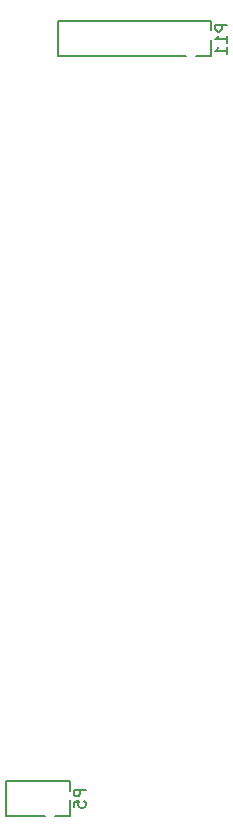
<source format=gbr>
G04 #@! TF.FileFunction,Legend,Bot*
%FSLAX46Y46*%
G04 Gerber Fmt 4.6, Leading zero omitted, Abs format (unit mm)*
G04 Created by KiCad (PCBNEW 4.0.3+e1-6302~38~ubuntu16.04.1-stable) date Thu Aug 18 14:21:30 2016*
%MOMM*%
%LPD*%
G01*
G04 APERTURE LIST*
%ADD10C,0.100000*%
%ADD11C,0.150000*%
G04 APERTURE END LIST*
D10*
D11*
X73698000Y-98357000D02*
X73698000Y-99157000D01*
X68298000Y-98357000D02*
X73698000Y-98357000D01*
X68298000Y-98357000D02*
X68298000Y-101307000D01*
X68298000Y-101307000D02*
X71598000Y-101307000D01*
X73698000Y-99957000D02*
X73698000Y-101307000D01*
X73698000Y-101307000D02*
X72398000Y-101307000D01*
X85636000Y-33968000D02*
X85636000Y-34768000D01*
X72636000Y-33968000D02*
X85586000Y-33968000D01*
X72636000Y-33968000D02*
X72636000Y-36918000D01*
X72636000Y-36918000D02*
X83536000Y-36918000D01*
X85636000Y-35568000D02*
X85636000Y-36918000D01*
X85636000Y-36918000D02*
X84336000Y-36918000D01*
X75000381Y-99068905D02*
X74000381Y-99068905D01*
X74000381Y-99449858D01*
X74048000Y-99545096D01*
X74095619Y-99592715D01*
X74190857Y-99640334D01*
X74333714Y-99640334D01*
X74428952Y-99592715D01*
X74476571Y-99545096D01*
X74524190Y-99449858D01*
X74524190Y-99068905D01*
X74000381Y-100545096D02*
X74000381Y-100068905D01*
X74476571Y-100021286D01*
X74428952Y-100068905D01*
X74381333Y-100164143D01*
X74381333Y-100402239D01*
X74428952Y-100497477D01*
X74476571Y-100545096D01*
X74571810Y-100592715D01*
X74809905Y-100592715D01*
X74905143Y-100545096D01*
X74952762Y-100497477D01*
X75000381Y-100402239D01*
X75000381Y-100164143D01*
X74952762Y-100068905D01*
X74905143Y-100021286D01*
X86988381Y-34303714D02*
X85988381Y-34303714D01*
X85988381Y-34684667D01*
X86036000Y-34779905D01*
X86083619Y-34827524D01*
X86178857Y-34875143D01*
X86321714Y-34875143D01*
X86416952Y-34827524D01*
X86464571Y-34779905D01*
X86512190Y-34684667D01*
X86512190Y-34303714D01*
X86988381Y-35827524D02*
X86988381Y-35256095D01*
X86988381Y-35541809D02*
X85988381Y-35541809D01*
X86131238Y-35446571D01*
X86226476Y-35351333D01*
X86274095Y-35256095D01*
X86988381Y-36779905D02*
X86988381Y-36208476D01*
X86988381Y-36494190D02*
X85988381Y-36494190D01*
X86131238Y-36398952D01*
X86226476Y-36303714D01*
X86274095Y-36208476D01*
M02*

</source>
